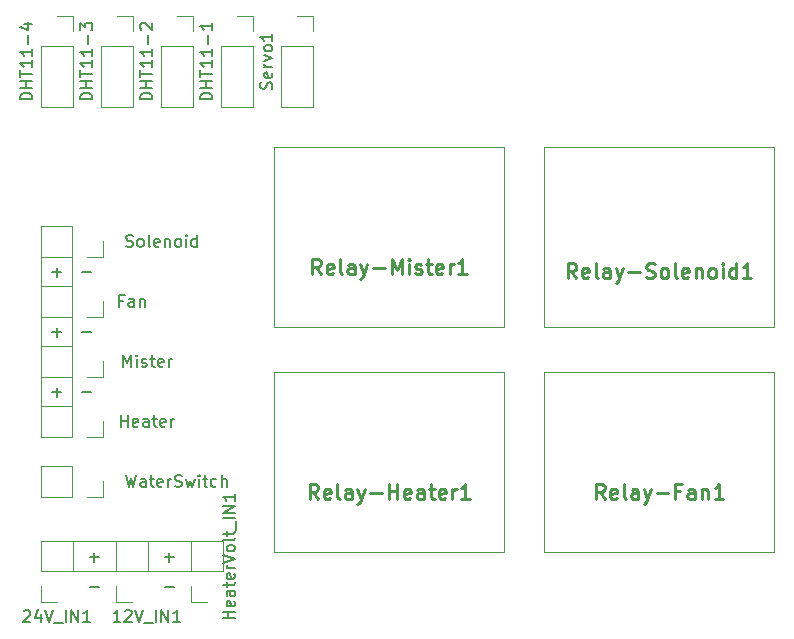
<source format=gbr>
G04 #@! TF.GenerationSoftware,KiCad,Pcbnew,(5.1.2)-1*
G04 #@! TF.CreationDate,2020-05-26T19:14:15-07:00*
G04 #@! TF.ProjectId,MushAuto_UnoShield,4d757368-4175-4746-9f5f-556e6f536869,rev?*
G04 #@! TF.SameCoordinates,Original*
G04 #@! TF.FileFunction,Legend,Top*
G04 #@! TF.FilePolarity,Positive*
%FSLAX46Y46*%
G04 Gerber Fmt 4.6, Leading zero omitted, Abs format (unit mm)*
G04 Created by KiCad (PCBNEW (5.1.2)-1) date 2020-05-26 19:14:15*
%MOMM*%
%LPD*%
G04 APERTURE LIST*
%ADD10C,0.150000*%
%ADD11C,0.120000*%
%ADD12C,0.100000*%
%ADD13C,0.254000*%
G04 APERTURE END LIST*
D10*
X101219047Y-101671428D02*
X101980952Y-101671428D01*
X101219047Y-96591428D02*
X101980952Y-96591428D01*
X101219047Y-91511428D02*
X101980952Y-91511428D01*
X98679047Y-101671428D02*
X99440952Y-101671428D01*
X99060000Y-102052380D02*
X99060000Y-101290476D01*
X98679047Y-96591428D02*
X99440952Y-96591428D01*
X99060000Y-96972380D02*
X99060000Y-96210476D01*
X98679047Y-91511428D02*
X99440952Y-91511428D01*
X99060000Y-91892380D02*
X99060000Y-91130476D01*
D11*
X100330000Y-105470000D02*
X100330000Y-90230000D01*
X97730000Y-90230000D02*
X97730000Y-105470000D01*
X100390000Y-114240000D02*
X110430000Y-114240000D01*
X110430000Y-116840000D02*
X100390000Y-116840000D01*
D10*
X108204047Y-118181428D02*
X108965952Y-118181428D01*
X101854047Y-118181428D02*
X102615952Y-118181428D01*
X101854047Y-115641428D02*
X102615952Y-115641428D01*
X102235000Y-116022380D02*
X102235000Y-115260476D01*
X108204047Y-115641428D02*
X108965952Y-115641428D01*
X108585000Y-116022380D02*
X108585000Y-115260476D01*
D12*
X159810000Y-99980000D02*
X159810000Y-115220000D01*
X140310000Y-99980000D02*
X159810000Y-99980000D01*
X140310000Y-115220000D02*
X140310000Y-99980000D01*
X159810000Y-115220000D02*
X140310000Y-115220000D01*
X159810000Y-80930000D02*
X159810000Y-96170000D01*
X140310000Y-80930000D02*
X159810000Y-80930000D01*
X140310000Y-96170000D02*
X140310000Y-80930000D01*
X159810000Y-96170000D02*
X140310000Y-96170000D01*
D11*
X102930000Y-109220000D02*
X102930000Y-110550000D01*
X102930000Y-110550000D02*
X101600000Y-110550000D01*
X100330000Y-110550000D02*
X97730000Y-110550000D01*
X97730000Y-107890000D02*
X97730000Y-110550000D01*
X100330000Y-107890000D02*
X97730000Y-107890000D01*
X100330000Y-107890000D02*
X100330000Y-110550000D01*
X119380000Y-69790000D02*
X120710000Y-69790000D01*
X120710000Y-69790000D02*
X120710000Y-71120000D01*
X120710000Y-72390000D02*
X120710000Y-77530000D01*
X118050000Y-77530000D02*
X120710000Y-77530000D01*
X118050000Y-72390000D02*
X118050000Y-77530000D01*
X118050000Y-72390000D02*
X120710000Y-72390000D01*
D12*
X136950000Y-80930000D02*
X136950000Y-96170000D01*
X117450000Y-80930000D02*
X136950000Y-80930000D01*
X117450000Y-96170000D02*
X117450000Y-80930000D01*
X136950000Y-96170000D02*
X117450000Y-96170000D01*
X136950000Y-99980000D02*
X136950000Y-115220000D01*
X117450000Y-99980000D02*
X136950000Y-99980000D01*
X117450000Y-115220000D02*
X117450000Y-99980000D01*
X136950000Y-115220000D02*
X117450000Y-115220000D01*
D11*
X113090000Y-116840000D02*
X110430000Y-116840000D01*
X113090000Y-116840000D02*
X113090000Y-114240000D01*
X113090000Y-114240000D02*
X110430000Y-114240000D01*
X110430000Y-116840000D02*
X110430000Y-114240000D01*
X110430000Y-119440000D02*
X110430000Y-118110000D01*
X111760000Y-119440000D02*
X110430000Y-119440000D01*
X99060000Y-69790000D02*
X100390000Y-69790000D01*
X100390000Y-69790000D02*
X100390000Y-71120000D01*
X100390000Y-72390000D02*
X100390000Y-77530000D01*
X97730000Y-77530000D02*
X100390000Y-77530000D01*
X97730000Y-72390000D02*
X97730000Y-77530000D01*
X97730000Y-72390000D02*
X100390000Y-72390000D01*
X104140000Y-69790000D02*
X105470000Y-69790000D01*
X105470000Y-69790000D02*
X105470000Y-71120000D01*
X105470000Y-72390000D02*
X105470000Y-77530000D01*
X102810000Y-77530000D02*
X105470000Y-77530000D01*
X102810000Y-72390000D02*
X102810000Y-77530000D01*
X102810000Y-72390000D02*
X105470000Y-72390000D01*
X109220000Y-69790000D02*
X110550000Y-69790000D01*
X110550000Y-69790000D02*
X110550000Y-71120000D01*
X110550000Y-72390000D02*
X110550000Y-77530000D01*
X107890000Y-77530000D02*
X110550000Y-77530000D01*
X107890000Y-72390000D02*
X107890000Y-77530000D01*
X107890000Y-72390000D02*
X110550000Y-72390000D01*
X114300000Y-69790000D02*
X115630000Y-69790000D01*
X115630000Y-69790000D02*
X115630000Y-71120000D01*
X115630000Y-72390000D02*
X115630000Y-77530000D01*
X112970000Y-77530000D02*
X115630000Y-77530000D01*
X112970000Y-72390000D02*
X112970000Y-77530000D01*
X112970000Y-72390000D02*
X115630000Y-72390000D01*
X102930000Y-88900000D02*
X102930000Y-90230000D01*
X102930000Y-90230000D02*
X101600000Y-90230000D01*
X100330000Y-90230000D02*
X97730000Y-90230000D01*
X97730000Y-87570000D02*
X97730000Y-90230000D01*
X100330000Y-87570000D02*
X97730000Y-87570000D01*
X100330000Y-87570000D02*
X100330000Y-90230000D01*
X102930000Y-99060000D02*
X102930000Y-100390000D01*
X102930000Y-100390000D02*
X101600000Y-100390000D01*
X100330000Y-100390000D02*
X97730000Y-100390000D01*
X97730000Y-97730000D02*
X97730000Y-100390000D01*
X100330000Y-97730000D02*
X97730000Y-97730000D01*
X100330000Y-97730000D02*
X100330000Y-100390000D01*
X102930000Y-104140000D02*
X102930000Y-105470000D01*
X102930000Y-105470000D02*
X101600000Y-105470000D01*
X100330000Y-105470000D02*
X97730000Y-105470000D01*
X97730000Y-102810000D02*
X97730000Y-105470000D01*
X100330000Y-102810000D02*
X97730000Y-102810000D01*
X100330000Y-102810000D02*
X100330000Y-105470000D01*
X102930000Y-93980000D02*
X102930000Y-95310000D01*
X102930000Y-95310000D02*
X101600000Y-95310000D01*
X100330000Y-95310000D02*
X97730000Y-95310000D01*
X97730000Y-92650000D02*
X97730000Y-95310000D01*
X100330000Y-92650000D02*
X97730000Y-92650000D01*
X100330000Y-92650000D02*
X100330000Y-95310000D01*
X99060000Y-119440000D02*
X97730000Y-119440000D01*
X97730000Y-119440000D02*
X97730000Y-118110000D01*
X97730000Y-116840000D02*
X97730000Y-114240000D01*
X100390000Y-114240000D02*
X97730000Y-114240000D01*
X100390000Y-116840000D02*
X100390000Y-114240000D01*
X100390000Y-116840000D02*
X97730000Y-116840000D01*
X106740000Y-116840000D02*
X104080000Y-116840000D01*
X106740000Y-116840000D02*
X106740000Y-114240000D01*
X106740000Y-114240000D02*
X104080000Y-114240000D01*
X104080000Y-116840000D02*
X104080000Y-114240000D01*
X104080000Y-119440000D02*
X104080000Y-118110000D01*
X105410000Y-119440000D02*
X104080000Y-119440000D01*
D13*
X145433571Y-110714523D02*
X145010238Y-110109761D01*
X144707857Y-110714523D02*
X144707857Y-109444523D01*
X145191666Y-109444523D01*
X145312619Y-109505000D01*
X145373095Y-109565476D01*
X145433571Y-109686428D01*
X145433571Y-109867857D01*
X145373095Y-109988809D01*
X145312619Y-110049285D01*
X145191666Y-110109761D01*
X144707857Y-110109761D01*
X146461666Y-110654047D02*
X146340714Y-110714523D01*
X146098809Y-110714523D01*
X145977857Y-110654047D01*
X145917380Y-110533095D01*
X145917380Y-110049285D01*
X145977857Y-109928333D01*
X146098809Y-109867857D01*
X146340714Y-109867857D01*
X146461666Y-109928333D01*
X146522142Y-110049285D01*
X146522142Y-110170238D01*
X145917380Y-110291190D01*
X147247857Y-110714523D02*
X147126904Y-110654047D01*
X147066428Y-110533095D01*
X147066428Y-109444523D01*
X148275952Y-110714523D02*
X148275952Y-110049285D01*
X148215476Y-109928333D01*
X148094523Y-109867857D01*
X147852619Y-109867857D01*
X147731666Y-109928333D01*
X148275952Y-110654047D02*
X148155000Y-110714523D01*
X147852619Y-110714523D01*
X147731666Y-110654047D01*
X147671190Y-110533095D01*
X147671190Y-110412142D01*
X147731666Y-110291190D01*
X147852619Y-110230714D01*
X148155000Y-110230714D01*
X148275952Y-110170238D01*
X148759761Y-109867857D02*
X149062142Y-110714523D01*
X149364523Y-109867857D02*
X149062142Y-110714523D01*
X148941190Y-111016904D01*
X148880714Y-111077380D01*
X148759761Y-111137857D01*
X149848333Y-110230714D02*
X150815952Y-110230714D01*
X151844047Y-110049285D02*
X151420714Y-110049285D01*
X151420714Y-110714523D02*
X151420714Y-109444523D01*
X152025476Y-109444523D01*
X153053571Y-110714523D02*
X153053571Y-110049285D01*
X152993095Y-109928333D01*
X152872142Y-109867857D01*
X152630238Y-109867857D01*
X152509285Y-109928333D01*
X153053571Y-110654047D02*
X152932619Y-110714523D01*
X152630238Y-110714523D01*
X152509285Y-110654047D01*
X152448809Y-110533095D01*
X152448809Y-110412142D01*
X152509285Y-110291190D01*
X152630238Y-110230714D01*
X152932619Y-110230714D01*
X153053571Y-110170238D01*
X153658333Y-109867857D02*
X153658333Y-110714523D01*
X153658333Y-109988809D02*
X153718809Y-109928333D01*
X153839761Y-109867857D01*
X154021190Y-109867857D01*
X154142142Y-109928333D01*
X154202619Y-110049285D01*
X154202619Y-110714523D01*
X155472619Y-110714523D02*
X154746904Y-110714523D01*
X155109761Y-110714523D02*
X155109761Y-109444523D01*
X154988809Y-109625952D01*
X154867857Y-109746904D01*
X154746904Y-109807380D01*
X143044761Y-92014523D02*
X142621428Y-91409761D01*
X142319047Y-92014523D02*
X142319047Y-90744523D01*
X142802857Y-90744523D01*
X142923809Y-90805000D01*
X142984285Y-90865476D01*
X143044761Y-90986428D01*
X143044761Y-91167857D01*
X142984285Y-91288809D01*
X142923809Y-91349285D01*
X142802857Y-91409761D01*
X142319047Y-91409761D01*
X144072857Y-91954047D02*
X143951904Y-92014523D01*
X143710000Y-92014523D01*
X143589047Y-91954047D01*
X143528571Y-91833095D01*
X143528571Y-91349285D01*
X143589047Y-91228333D01*
X143710000Y-91167857D01*
X143951904Y-91167857D01*
X144072857Y-91228333D01*
X144133333Y-91349285D01*
X144133333Y-91470238D01*
X143528571Y-91591190D01*
X144859047Y-92014523D02*
X144738095Y-91954047D01*
X144677619Y-91833095D01*
X144677619Y-90744523D01*
X145887142Y-92014523D02*
X145887142Y-91349285D01*
X145826666Y-91228333D01*
X145705714Y-91167857D01*
X145463809Y-91167857D01*
X145342857Y-91228333D01*
X145887142Y-91954047D02*
X145766190Y-92014523D01*
X145463809Y-92014523D01*
X145342857Y-91954047D01*
X145282380Y-91833095D01*
X145282380Y-91712142D01*
X145342857Y-91591190D01*
X145463809Y-91530714D01*
X145766190Y-91530714D01*
X145887142Y-91470238D01*
X146370952Y-91167857D02*
X146673333Y-92014523D01*
X146975714Y-91167857D02*
X146673333Y-92014523D01*
X146552380Y-92316904D01*
X146491904Y-92377380D01*
X146370952Y-92437857D01*
X147459523Y-91530714D02*
X148427142Y-91530714D01*
X148971428Y-91954047D02*
X149152857Y-92014523D01*
X149455238Y-92014523D01*
X149576190Y-91954047D01*
X149636666Y-91893571D01*
X149697142Y-91772619D01*
X149697142Y-91651666D01*
X149636666Y-91530714D01*
X149576190Y-91470238D01*
X149455238Y-91409761D01*
X149213333Y-91349285D01*
X149092380Y-91288809D01*
X149031904Y-91228333D01*
X148971428Y-91107380D01*
X148971428Y-90986428D01*
X149031904Y-90865476D01*
X149092380Y-90805000D01*
X149213333Y-90744523D01*
X149515714Y-90744523D01*
X149697142Y-90805000D01*
X150422857Y-92014523D02*
X150301904Y-91954047D01*
X150241428Y-91893571D01*
X150180952Y-91772619D01*
X150180952Y-91409761D01*
X150241428Y-91288809D01*
X150301904Y-91228333D01*
X150422857Y-91167857D01*
X150604285Y-91167857D01*
X150725238Y-91228333D01*
X150785714Y-91288809D01*
X150846190Y-91409761D01*
X150846190Y-91772619D01*
X150785714Y-91893571D01*
X150725238Y-91954047D01*
X150604285Y-92014523D01*
X150422857Y-92014523D01*
X151571904Y-92014523D02*
X151450952Y-91954047D01*
X151390476Y-91833095D01*
X151390476Y-90744523D01*
X152539523Y-91954047D02*
X152418571Y-92014523D01*
X152176666Y-92014523D01*
X152055714Y-91954047D01*
X151995238Y-91833095D01*
X151995238Y-91349285D01*
X152055714Y-91228333D01*
X152176666Y-91167857D01*
X152418571Y-91167857D01*
X152539523Y-91228333D01*
X152600000Y-91349285D01*
X152600000Y-91470238D01*
X151995238Y-91591190D01*
X153144285Y-91167857D02*
X153144285Y-92014523D01*
X153144285Y-91288809D02*
X153204761Y-91228333D01*
X153325714Y-91167857D01*
X153507142Y-91167857D01*
X153628095Y-91228333D01*
X153688571Y-91349285D01*
X153688571Y-92014523D01*
X154474761Y-92014523D02*
X154353809Y-91954047D01*
X154293333Y-91893571D01*
X154232857Y-91772619D01*
X154232857Y-91409761D01*
X154293333Y-91288809D01*
X154353809Y-91228333D01*
X154474761Y-91167857D01*
X154656190Y-91167857D01*
X154777142Y-91228333D01*
X154837619Y-91288809D01*
X154898095Y-91409761D01*
X154898095Y-91772619D01*
X154837619Y-91893571D01*
X154777142Y-91954047D01*
X154656190Y-92014523D01*
X154474761Y-92014523D01*
X155442380Y-92014523D02*
X155442380Y-91167857D01*
X155442380Y-90744523D02*
X155381904Y-90805000D01*
X155442380Y-90865476D01*
X155502857Y-90805000D01*
X155442380Y-90744523D01*
X155442380Y-90865476D01*
X156591428Y-92014523D02*
X156591428Y-90744523D01*
X156591428Y-91954047D02*
X156470476Y-92014523D01*
X156228571Y-92014523D01*
X156107619Y-91954047D01*
X156047142Y-91893571D01*
X155986666Y-91772619D01*
X155986666Y-91409761D01*
X156047142Y-91288809D01*
X156107619Y-91228333D01*
X156228571Y-91167857D01*
X156470476Y-91167857D01*
X156591428Y-91228333D01*
X157861428Y-92014523D02*
X157135714Y-92014523D01*
X157498571Y-92014523D02*
X157498571Y-90744523D01*
X157377619Y-90925952D01*
X157256666Y-91046904D01*
X157135714Y-91107380D01*
D10*
X104910476Y-108672380D02*
X105148571Y-109672380D01*
X105339047Y-108958095D01*
X105529523Y-109672380D01*
X105767619Y-108672380D01*
X106577142Y-109672380D02*
X106577142Y-109148571D01*
X106529523Y-109053333D01*
X106434285Y-109005714D01*
X106243809Y-109005714D01*
X106148571Y-109053333D01*
X106577142Y-109624761D02*
X106481904Y-109672380D01*
X106243809Y-109672380D01*
X106148571Y-109624761D01*
X106100952Y-109529523D01*
X106100952Y-109434285D01*
X106148571Y-109339047D01*
X106243809Y-109291428D01*
X106481904Y-109291428D01*
X106577142Y-109243809D01*
X106910476Y-109005714D02*
X107291428Y-109005714D01*
X107053333Y-108672380D02*
X107053333Y-109529523D01*
X107100952Y-109624761D01*
X107196190Y-109672380D01*
X107291428Y-109672380D01*
X108005714Y-109624761D02*
X107910476Y-109672380D01*
X107720000Y-109672380D01*
X107624761Y-109624761D01*
X107577142Y-109529523D01*
X107577142Y-109148571D01*
X107624761Y-109053333D01*
X107720000Y-109005714D01*
X107910476Y-109005714D01*
X108005714Y-109053333D01*
X108053333Y-109148571D01*
X108053333Y-109243809D01*
X107577142Y-109339047D01*
X108481904Y-109672380D02*
X108481904Y-109005714D01*
X108481904Y-109196190D02*
X108529523Y-109100952D01*
X108577142Y-109053333D01*
X108672380Y-109005714D01*
X108767619Y-109005714D01*
X109053333Y-109624761D02*
X109196190Y-109672380D01*
X109434285Y-109672380D01*
X109529523Y-109624761D01*
X109577142Y-109577142D01*
X109624761Y-109481904D01*
X109624761Y-109386666D01*
X109577142Y-109291428D01*
X109529523Y-109243809D01*
X109434285Y-109196190D01*
X109243809Y-109148571D01*
X109148571Y-109100952D01*
X109100952Y-109053333D01*
X109053333Y-108958095D01*
X109053333Y-108862857D01*
X109100952Y-108767619D01*
X109148571Y-108720000D01*
X109243809Y-108672380D01*
X109481904Y-108672380D01*
X109624761Y-108720000D01*
X109958095Y-109005714D02*
X110148571Y-109672380D01*
X110339047Y-109196190D01*
X110529523Y-109672380D01*
X110720000Y-109005714D01*
X111100952Y-109672380D02*
X111100952Y-109005714D01*
X111100952Y-108672380D02*
X111053333Y-108720000D01*
X111100952Y-108767619D01*
X111148571Y-108720000D01*
X111100952Y-108672380D01*
X111100952Y-108767619D01*
X111434285Y-109005714D02*
X111815238Y-109005714D01*
X111577142Y-108672380D02*
X111577142Y-109529523D01*
X111624761Y-109624761D01*
X111720000Y-109672380D01*
X111815238Y-109672380D01*
X112577142Y-109624761D02*
X112481904Y-109672380D01*
X112291428Y-109672380D01*
X112196190Y-109624761D01*
X112148571Y-109577142D01*
X112100952Y-109481904D01*
X112100952Y-109196190D01*
X112148571Y-109100952D01*
X112196190Y-109053333D01*
X112291428Y-109005714D01*
X112481904Y-109005714D01*
X112577142Y-109053333D01*
X113005714Y-109672380D02*
X113005714Y-108672380D01*
X113434285Y-109672380D02*
X113434285Y-109148571D01*
X113386666Y-109053333D01*
X113291428Y-109005714D01*
X113148571Y-109005714D01*
X113053333Y-109053333D01*
X113005714Y-109100952D01*
X117244761Y-75993333D02*
X117292380Y-75850476D01*
X117292380Y-75612380D01*
X117244761Y-75517142D01*
X117197142Y-75469523D01*
X117101904Y-75421904D01*
X117006666Y-75421904D01*
X116911428Y-75469523D01*
X116863809Y-75517142D01*
X116816190Y-75612380D01*
X116768571Y-75802857D01*
X116720952Y-75898095D01*
X116673333Y-75945714D01*
X116578095Y-75993333D01*
X116482857Y-75993333D01*
X116387619Y-75945714D01*
X116340000Y-75898095D01*
X116292380Y-75802857D01*
X116292380Y-75564761D01*
X116340000Y-75421904D01*
X117244761Y-74612380D02*
X117292380Y-74707619D01*
X117292380Y-74898095D01*
X117244761Y-74993333D01*
X117149523Y-75040952D01*
X116768571Y-75040952D01*
X116673333Y-74993333D01*
X116625714Y-74898095D01*
X116625714Y-74707619D01*
X116673333Y-74612380D01*
X116768571Y-74564761D01*
X116863809Y-74564761D01*
X116959047Y-75040952D01*
X117292380Y-74136190D02*
X116625714Y-74136190D01*
X116816190Y-74136190D02*
X116720952Y-74088571D01*
X116673333Y-74040952D01*
X116625714Y-73945714D01*
X116625714Y-73850476D01*
X116625714Y-73612380D02*
X117292380Y-73374285D01*
X116625714Y-73136190D01*
X117292380Y-72612380D02*
X117244761Y-72707619D01*
X117197142Y-72755238D01*
X117101904Y-72802857D01*
X116816190Y-72802857D01*
X116720952Y-72755238D01*
X116673333Y-72707619D01*
X116625714Y-72612380D01*
X116625714Y-72469523D01*
X116673333Y-72374285D01*
X116720952Y-72326666D01*
X116816190Y-72279047D01*
X117101904Y-72279047D01*
X117197142Y-72326666D01*
X117244761Y-72374285D01*
X117292380Y-72469523D01*
X117292380Y-72612380D01*
X117292380Y-71326666D02*
X117292380Y-71898095D01*
X117292380Y-71612380D02*
X116292380Y-71612380D01*
X116435238Y-71707619D01*
X116530476Y-71802857D01*
X116578095Y-71898095D01*
D13*
X121424523Y-91664523D02*
X121001190Y-91059761D01*
X120698809Y-91664523D02*
X120698809Y-90394523D01*
X121182619Y-90394523D01*
X121303571Y-90455000D01*
X121364047Y-90515476D01*
X121424523Y-90636428D01*
X121424523Y-90817857D01*
X121364047Y-90938809D01*
X121303571Y-90999285D01*
X121182619Y-91059761D01*
X120698809Y-91059761D01*
X122452619Y-91604047D02*
X122331666Y-91664523D01*
X122089761Y-91664523D01*
X121968809Y-91604047D01*
X121908333Y-91483095D01*
X121908333Y-90999285D01*
X121968809Y-90878333D01*
X122089761Y-90817857D01*
X122331666Y-90817857D01*
X122452619Y-90878333D01*
X122513095Y-90999285D01*
X122513095Y-91120238D01*
X121908333Y-91241190D01*
X123238809Y-91664523D02*
X123117857Y-91604047D01*
X123057380Y-91483095D01*
X123057380Y-90394523D01*
X124266904Y-91664523D02*
X124266904Y-90999285D01*
X124206428Y-90878333D01*
X124085476Y-90817857D01*
X123843571Y-90817857D01*
X123722619Y-90878333D01*
X124266904Y-91604047D02*
X124145952Y-91664523D01*
X123843571Y-91664523D01*
X123722619Y-91604047D01*
X123662142Y-91483095D01*
X123662142Y-91362142D01*
X123722619Y-91241190D01*
X123843571Y-91180714D01*
X124145952Y-91180714D01*
X124266904Y-91120238D01*
X124750714Y-90817857D02*
X125053095Y-91664523D01*
X125355476Y-90817857D02*
X125053095Y-91664523D01*
X124932142Y-91966904D01*
X124871666Y-92027380D01*
X124750714Y-92087857D01*
X125839285Y-91180714D02*
X126806904Y-91180714D01*
X127411666Y-91664523D02*
X127411666Y-90394523D01*
X127835000Y-91301666D01*
X128258333Y-90394523D01*
X128258333Y-91664523D01*
X128863095Y-91664523D02*
X128863095Y-90817857D01*
X128863095Y-90394523D02*
X128802619Y-90455000D01*
X128863095Y-90515476D01*
X128923571Y-90455000D01*
X128863095Y-90394523D01*
X128863095Y-90515476D01*
X129407380Y-91604047D02*
X129528333Y-91664523D01*
X129770238Y-91664523D01*
X129891190Y-91604047D01*
X129951666Y-91483095D01*
X129951666Y-91422619D01*
X129891190Y-91301666D01*
X129770238Y-91241190D01*
X129588809Y-91241190D01*
X129467857Y-91180714D01*
X129407380Y-91059761D01*
X129407380Y-90999285D01*
X129467857Y-90878333D01*
X129588809Y-90817857D01*
X129770238Y-90817857D01*
X129891190Y-90878333D01*
X130314523Y-90817857D02*
X130798333Y-90817857D01*
X130495952Y-90394523D02*
X130495952Y-91483095D01*
X130556428Y-91604047D01*
X130677380Y-91664523D01*
X130798333Y-91664523D01*
X131705476Y-91604047D02*
X131584523Y-91664523D01*
X131342619Y-91664523D01*
X131221666Y-91604047D01*
X131161190Y-91483095D01*
X131161190Y-90999285D01*
X131221666Y-90878333D01*
X131342619Y-90817857D01*
X131584523Y-90817857D01*
X131705476Y-90878333D01*
X131765952Y-90999285D01*
X131765952Y-91120238D01*
X131161190Y-91241190D01*
X132310238Y-91664523D02*
X132310238Y-90817857D01*
X132310238Y-91059761D02*
X132370714Y-90938809D01*
X132431190Y-90878333D01*
X132552142Y-90817857D01*
X132673095Y-90817857D01*
X133761666Y-91664523D02*
X133035952Y-91664523D01*
X133398809Y-91664523D02*
X133398809Y-90394523D01*
X133277857Y-90575952D01*
X133156904Y-90696904D01*
X133035952Y-90757380D01*
X121182619Y-110714523D02*
X120759285Y-110109761D01*
X120456904Y-110714523D02*
X120456904Y-109444523D01*
X120940714Y-109444523D01*
X121061666Y-109505000D01*
X121122142Y-109565476D01*
X121182619Y-109686428D01*
X121182619Y-109867857D01*
X121122142Y-109988809D01*
X121061666Y-110049285D01*
X120940714Y-110109761D01*
X120456904Y-110109761D01*
X122210714Y-110654047D02*
X122089761Y-110714523D01*
X121847857Y-110714523D01*
X121726904Y-110654047D01*
X121666428Y-110533095D01*
X121666428Y-110049285D01*
X121726904Y-109928333D01*
X121847857Y-109867857D01*
X122089761Y-109867857D01*
X122210714Y-109928333D01*
X122271190Y-110049285D01*
X122271190Y-110170238D01*
X121666428Y-110291190D01*
X122996904Y-110714523D02*
X122875952Y-110654047D01*
X122815476Y-110533095D01*
X122815476Y-109444523D01*
X124025000Y-110714523D02*
X124025000Y-110049285D01*
X123964523Y-109928333D01*
X123843571Y-109867857D01*
X123601666Y-109867857D01*
X123480714Y-109928333D01*
X124025000Y-110654047D02*
X123904047Y-110714523D01*
X123601666Y-110714523D01*
X123480714Y-110654047D01*
X123420238Y-110533095D01*
X123420238Y-110412142D01*
X123480714Y-110291190D01*
X123601666Y-110230714D01*
X123904047Y-110230714D01*
X124025000Y-110170238D01*
X124508809Y-109867857D02*
X124811190Y-110714523D01*
X125113571Y-109867857D02*
X124811190Y-110714523D01*
X124690238Y-111016904D01*
X124629761Y-111077380D01*
X124508809Y-111137857D01*
X125597380Y-110230714D02*
X126565000Y-110230714D01*
X127169761Y-110714523D02*
X127169761Y-109444523D01*
X127169761Y-110049285D02*
X127895476Y-110049285D01*
X127895476Y-110714523D02*
X127895476Y-109444523D01*
X128984047Y-110654047D02*
X128863095Y-110714523D01*
X128621190Y-110714523D01*
X128500238Y-110654047D01*
X128439761Y-110533095D01*
X128439761Y-110049285D01*
X128500238Y-109928333D01*
X128621190Y-109867857D01*
X128863095Y-109867857D01*
X128984047Y-109928333D01*
X129044523Y-110049285D01*
X129044523Y-110170238D01*
X128439761Y-110291190D01*
X130133095Y-110714523D02*
X130133095Y-110049285D01*
X130072619Y-109928333D01*
X129951666Y-109867857D01*
X129709761Y-109867857D01*
X129588809Y-109928333D01*
X130133095Y-110654047D02*
X130012142Y-110714523D01*
X129709761Y-110714523D01*
X129588809Y-110654047D01*
X129528333Y-110533095D01*
X129528333Y-110412142D01*
X129588809Y-110291190D01*
X129709761Y-110230714D01*
X130012142Y-110230714D01*
X130133095Y-110170238D01*
X130556428Y-109867857D02*
X131040238Y-109867857D01*
X130737857Y-109444523D02*
X130737857Y-110533095D01*
X130798333Y-110654047D01*
X130919285Y-110714523D01*
X131040238Y-110714523D01*
X131947380Y-110654047D02*
X131826428Y-110714523D01*
X131584523Y-110714523D01*
X131463571Y-110654047D01*
X131403095Y-110533095D01*
X131403095Y-110049285D01*
X131463571Y-109928333D01*
X131584523Y-109867857D01*
X131826428Y-109867857D01*
X131947380Y-109928333D01*
X132007857Y-110049285D01*
X132007857Y-110170238D01*
X131403095Y-110291190D01*
X132552142Y-110714523D02*
X132552142Y-109867857D01*
X132552142Y-110109761D02*
X132612619Y-109988809D01*
X132673095Y-109928333D01*
X132794047Y-109867857D01*
X132915000Y-109867857D01*
X134003571Y-110714523D02*
X133277857Y-110714523D01*
X133640714Y-110714523D02*
X133640714Y-109444523D01*
X133519761Y-109625952D01*
X133398809Y-109746904D01*
X133277857Y-109807380D01*
D10*
X114117380Y-120808095D02*
X113117380Y-120808095D01*
X113593571Y-120808095D02*
X113593571Y-120236666D01*
X114117380Y-120236666D02*
X113117380Y-120236666D01*
X114069761Y-119379523D02*
X114117380Y-119474761D01*
X114117380Y-119665238D01*
X114069761Y-119760476D01*
X113974523Y-119808095D01*
X113593571Y-119808095D01*
X113498333Y-119760476D01*
X113450714Y-119665238D01*
X113450714Y-119474761D01*
X113498333Y-119379523D01*
X113593571Y-119331904D01*
X113688809Y-119331904D01*
X113784047Y-119808095D01*
X114117380Y-118474761D02*
X113593571Y-118474761D01*
X113498333Y-118522380D01*
X113450714Y-118617619D01*
X113450714Y-118808095D01*
X113498333Y-118903333D01*
X114069761Y-118474761D02*
X114117380Y-118570000D01*
X114117380Y-118808095D01*
X114069761Y-118903333D01*
X113974523Y-118950952D01*
X113879285Y-118950952D01*
X113784047Y-118903333D01*
X113736428Y-118808095D01*
X113736428Y-118570000D01*
X113688809Y-118474761D01*
X113450714Y-118141428D02*
X113450714Y-117760476D01*
X113117380Y-117998571D02*
X113974523Y-117998571D01*
X114069761Y-117950952D01*
X114117380Y-117855714D01*
X114117380Y-117760476D01*
X114069761Y-117046190D02*
X114117380Y-117141428D01*
X114117380Y-117331904D01*
X114069761Y-117427142D01*
X113974523Y-117474761D01*
X113593571Y-117474761D01*
X113498333Y-117427142D01*
X113450714Y-117331904D01*
X113450714Y-117141428D01*
X113498333Y-117046190D01*
X113593571Y-116998571D01*
X113688809Y-116998571D01*
X113784047Y-117474761D01*
X114117380Y-116570000D02*
X113450714Y-116570000D01*
X113641190Y-116570000D02*
X113545952Y-116522380D01*
X113498333Y-116474761D01*
X113450714Y-116379523D01*
X113450714Y-116284285D01*
X113117380Y-116093809D02*
X114117380Y-115760476D01*
X113117380Y-115427142D01*
X114117380Y-114950952D02*
X114069761Y-115046190D01*
X114022142Y-115093809D01*
X113926904Y-115141428D01*
X113641190Y-115141428D01*
X113545952Y-115093809D01*
X113498333Y-115046190D01*
X113450714Y-114950952D01*
X113450714Y-114808095D01*
X113498333Y-114712857D01*
X113545952Y-114665238D01*
X113641190Y-114617619D01*
X113926904Y-114617619D01*
X114022142Y-114665238D01*
X114069761Y-114712857D01*
X114117380Y-114808095D01*
X114117380Y-114950952D01*
X114117380Y-114046190D02*
X114069761Y-114141428D01*
X113974523Y-114189047D01*
X113117380Y-114189047D01*
X113450714Y-113808095D02*
X113450714Y-113427142D01*
X113117380Y-113665238D02*
X113974523Y-113665238D01*
X114069761Y-113617619D01*
X114117380Y-113522380D01*
X114117380Y-113427142D01*
X114212619Y-113331904D02*
X114212619Y-112570000D01*
X114117380Y-112331904D02*
X113117380Y-112331904D01*
X114117380Y-111855714D02*
X113117380Y-111855714D01*
X114117380Y-111284285D01*
X113117380Y-111284285D01*
X114117380Y-110284285D02*
X114117380Y-110855714D01*
X114117380Y-110570000D02*
X113117380Y-110570000D01*
X113260238Y-110665238D01*
X113355476Y-110760476D01*
X113403095Y-110855714D01*
X96972380Y-76874285D02*
X95972380Y-76874285D01*
X95972380Y-76636190D01*
X96020000Y-76493333D01*
X96115238Y-76398095D01*
X96210476Y-76350476D01*
X96400952Y-76302857D01*
X96543809Y-76302857D01*
X96734285Y-76350476D01*
X96829523Y-76398095D01*
X96924761Y-76493333D01*
X96972380Y-76636190D01*
X96972380Y-76874285D01*
X96972380Y-75874285D02*
X95972380Y-75874285D01*
X96448571Y-75874285D02*
X96448571Y-75302857D01*
X96972380Y-75302857D02*
X95972380Y-75302857D01*
X95972380Y-74969523D02*
X95972380Y-74398095D01*
X96972380Y-74683809D02*
X95972380Y-74683809D01*
X96972380Y-73540952D02*
X96972380Y-74112380D01*
X96972380Y-73826666D02*
X95972380Y-73826666D01*
X96115238Y-73921904D01*
X96210476Y-74017142D01*
X96258095Y-74112380D01*
X96972380Y-72588571D02*
X96972380Y-73160000D01*
X96972380Y-72874285D02*
X95972380Y-72874285D01*
X96115238Y-72969523D01*
X96210476Y-73064761D01*
X96258095Y-73160000D01*
X96591428Y-72160000D02*
X96591428Y-71398095D01*
X96305714Y-70493333D02*
X96972380Y-70493333D01*
X95924761Y-70731428D02*
X96639047Y-70969523D01*
X96639047Y-70350476D01*
X102052380Y-76874285D02*
X101052380Y-76874285D01*
X101052380Y-76636190D01*
X101100000Y-76493333D01*
X101195238Y-76398095D01*
X101290476Y-76350476D01*
X101480952Y-76302857D01*
X101623809Y-76302857D01*
X101814285Y-76350476D01*
X101909523Y-76398095D01*
X102004761Y-76493333D01*
X102052380Y-76636190D01*
X102052380Y-76874285D01*
X102052380Y-75874285D02*
X101052380Y-75874285D01*
X101528571Y-75874285D02*
X101528571Y-75302857D01*
X102052380Y-75302857D02*
X101052380Y-75302857D01*
X101052380Y-74969523D02*
X101052380Y-74398095D01*
X102052380Y-74683809D02*
X101052380Y-74683809D01*
X102052380Y-73540952D02*
X102052380Y-74112380D01*
X102052380Y-73826666D02*
X101052380Y-73826666D01*
X101195238Y-73921904D01*
X101290476Y-74017142D01*
X101338095Y-74112380D01*
X102052380Y-72588571D02*
X102052380Y-73160000D01*
X102052380Y-72874285D02*
X101052380Y-72874285D01*
X101195238Y-72969523D01*
X101290476Y-73064761D01*
X101338095Y-73160000D01*
X101671428Y-72160000D02*
X101671428Y-71398095D01*
X101052380Y-71017142D02*
X101052380Y-70398095D01*
X101433333Y-70731428D01*
X101433333Y-70588571D01*
X101480952Y-70493333D01*
X101528571Y-70445714D01*
X101623809Y-70398095D01*
X101861904Y-70398095D01*
X101957142Y-70445714D01*
X102004761Y-70493333D01*
X102052380Y-70588571D01*
X102052380Y-70874285D01*
X102004761Y-70969523D01*
X101957142Y-71017142D01*
X107132380Y-76874285D02*
X106132380Y-76874285D01*
X106132380Y-76636190D01*
X106180000Y-76493333D01*
X106275238Y-76398095D01*
X106370476Y-76350476D01*
X106560952Y-76302857D01*
X106703809Y-76302857D01*
X106894285Y-76350476D01*
X106989523Y-76398095D01*
X107084761Y-76493333D01*
X107132380Y-76636190D01*
X107132380Y-76874285D01*
X107132380Y-75874285D02*
X106132380Y-75874285D01*
X106608571Y-75874285D02*
X106608571Y-75302857D01*
X107132380Y-75302857D02*
X106132380Y-75302857D01*
X106132380Y-74969523D02*
X106132380Y-74398095D01*
X107132380Y-74683809D02*
X106132380Y-74683809D01*
X107132380Y-73540952D02*
X107132380Y-74112380D01*
X107132380Y-73826666D02*
X106132380Y-73826666D01*
X106275238Y-73921904D01*
X106370476Y-74017142D01*
X106418095Y-74112380D01*
X107132380Y-72588571D02*
X107132380Y-73160000D01*
X107132380Y-72874285D02*
X106132380Y-72874285D01*
X106275238Y-72969523D01*
X106370476Y-73064761D01*
X106418095Y-73160000D01*
X106751428Y-72160000D02*
X106751428Y-71398095D01*
X106227619Y-70969523D02*
X106180000Y-70921904D01*
X106132380Y-70826666D01*
X106132380Y-70588571D01*
X106180000Y-70493333D01*
X106227619Y-70445714D01*
X106322857Y-70398095D01*
X106418095Y-70398095D01*
X106560952Y-70445714D01*
X107132380Y-71017142D01*
X107132380Y-70398095D01*
X112212380Y-76874285D02*
X111212380Y-76874285D01*
X111212380Y-76636190D01*
X111260000Y-76493333D01*
X111355238Y-76398095D01*
X111450476Y-76350476D01*
X111640952Y-76302857D01*
X111783809Y-76302857D01*
X111974285Y-76350476D01*
X112069523Y-76398095D01*
X112164761Y-76493333D01*
X112212380Y-76636190D01*
X112212380Y-76874285D01*
X112212380Y-75874285D02*
X111212380Y-75874285D01*
X111688571Y-75874285D02*
X111688571Y-75302857D01*
X112212380Y-75302857D02*
X111212380Y-75302857D01*
X111212380Y-74969523D02*
X111212380Y-74398095D01*
X112212380Y-74683809D02*
X111212380Y-74683809D01*
X112212380Y-73540952D02*
X112212380Y-74112380D01*
X112212380Y-73826666D02*
X111212380Y-73826666D01*
X111355238Y-73921904D01*
X111450476Y-74017142D01*
X111498095Y-74112380D01*
X112212380Y-72588571D02*
X112212380Y-73160000D01*
X112212380Y-72874285D02*
X111212380Y-72874285D01*
X111355238Y-72969523D01*
X111450476Y-73064761D01*
X111498095Y-73160000D01*
X111831428Y-72160000D02*
X111831428Y-71398095D01*
X112212380Y-70398095D02*
X112212380Y-70969523D01*
X112212380Y-70683809D02*
X111212380Y-70683809D01*
X111355238Y-70779047D01*
X111450476Y-70874285D01*
X111498095Y-70969523D01*
X104926190Y-89304761D02*
X105069047Y-89352380D01*
X105307142Y-89352380D01*
X105402380Y-89304761D01*
X105450000Y-89257142D01*
X105497619Y-89161904D01*
X105497619Y-89066666D01*
X105450000Y-88971428D01*
X105402380Y-88923809D01*
X105307142Y-88876190D01*
X105116666Y-88828571D01*
X105021428Y-88780952D01*
X104973809Y-88733333D01*
X104926190Y-88638095D01*
X104926190Y-88542857D01*
X104973809Y-88447619D01*
X105021428Y-88400000D01*
X105116666Y-88352380D01*
X105354761Y-88352380D01*
X105497619Y-88400000D01*
X106069047Y-89352380D02*
X105973809Y-89304761D01*
X105926190Y-89257142D01*
X105878571Y-89161904D01*
X105878571Y-88876190D01*
X105926190Y-88780952D01*
X105973809Y-88733333D01*
X106069047Y-88685714D01*
X106211904Y-88685714D01*
X106307142Y-88733333D01*
X106354761Y-88780952D01*
X106402380Y-88876190D01*
X106402380Y-89161904D01*
X106354761Y-89257142D01*
X106307142Y-89304761D01*
X106211904Y-89352380D01*
X106069047Y-89352380D01*
X106973809Y-89352380D02*
X106878571Y-89304761D01*
X106830952Y-89209523D01*
X106830952Y-88352380D01*
X107735714Y-89304761D02*
X107640476Y-89352380D01*
X107450000Y-89352380D01*
X107354761Y-89304761D01*
X107307142Y-89209523D01*
X107307142Y-88828571D01*
X107354761Y-88733333D01*
X107450000Y-88685714D01*
X107640476Y-88685714D01*
X107735714Y-88733333D01*
X107783333Y-88828571D01*
X107783333Y-88923809D01*
X107307142Y-89019047D01*
X108211904Y-88685714D02*
X108211904Y-89352380D01*
X108211904Y-88780952D02*
X108259523Y-88733333D01*
X108354761Y-88685714D01*
X108497619Y-88685714D01*
X108592857Y-88733333D01*
X108640476Y-88828571D01*
X108640476Y-89352380D01*
X109259523Y-89352380D02*
X109164285Y-89304761D01*
X109116666Y-89257142D01*
X109069047Y-89161904D01*
X109069047Y-88876190D01*
X109116666Y-88780952D01*
X109164285Y-88733333D01*
X109259523Y-88685714D01*
X109402380Y-88685714D01*
X109497619Y-88733333D01*
X109545238Y-88780952D01*
X109592857Y-88876190D01*
X109592857Y-89161904D01*
X109545238Y-89257142D01*
X109497619Y-89304761D01*
X109402380Y-89352380D01*
X109259523Y-89352380D01*
X110021428Y-89352380D02*
X110021428Y-88685714D01*
X110021428Y-88352380D02*
X109973809Y-88400000D01*
X110021428Y-88447619D01*
X110069047Y-88400000D01*
X110021428Y-88352380D01*
X110021428Y-88447619D01*
X110926190Y-89352380D02*
X110926190Y-88352380D01*
X110926190Y-89304761D02*
X110830952Y-89352380D01*
X110640476Y-89352380D01*
X110545238Y-89304761D01*
X110497619Y-89257142D01*
X110450000Y-89161904D01*
X110450000Y-88876190D01*
X110497619Y-88780952D01*
X110545238Y-88733333D01*
X110640476Y-88685714D01*
X110830952Y-88685714D01*
X110926190Y-88733333D01*
X104680000Y-99512380D02*
X104680000Y-98512380D01*
X105013333Y-99226666D01*
X105346666Y-98512380D01*
X105346666Y-99512380D01*
X105822857Y-99512380D02*
X105822857Y-98845714D01*
X105822857Y-98512380D02*
X105775238Y-98560000D01*
X105822857Y-98607619D01*
X105870476Y-98560000D01*
X105822857Y-98512380D01*
X105822857Y-98607619D01*
X106251428Y-99464761D02*
X106346666Y-99512380D01*
X106537142Y-99512380D01*
X106632380Y-99464761D01*
X106680000Y-99369523D01*
X106680000Y-99321904D01*
X106632380Y-99226666D01*
X106537142Y-99179047D01*
X106394285Y-99179047D01*
X106299047Y-99131428D01*
X106251428Y-99036190D01*
X106251428Y-98988571D01*
X106299047Y-98893333D01*
X106394285Y-98845714D01*
X106537142Y-98845714D01*
X106632380Y-98893333D01*
X106965714Y-98845714D02*
X107346666Y-98845714D01*
X107108571Y-98512380D02*
X107108571Y-99369523D01*
X107156190Y-99464761D01*
X107251428Y-99512380D01*
X107346666Y-99512380D01*
X108060952Y-99464761D02*
X107965714Y-99512380D01*
X107775238Y-99512380D01*
X107680000Y-99464761D01*
X107632380Y-99369523D01*
X107632380Y-98988571D01*
X107680000Y-98893333D01*
X107775238Y-98845714D01*
X107965714Y-98845714D01*
X108060952Y-98893333D01*
X108108571Y-98988571D01*
X108108571Y-99083809D01*
X107632380Y-99179047D01*
X108537142Y-99512380D02*
X108537142Y-98845714D01*
X108537142Y-99036190D02*
X108584761Y-98940952D01*
X108632380Y-98893333D01*
X108727619Y-98845714D01*
X108822857Y-98845714D01*
X104489523Y-104592380D02*
X104489523Y-103592380D01*
X104489523Y-104068571D02*
X105060952Y-104068571D01*
X105060952Y-104592380D02*
X105060952Y-103592380D01*
X105918095Y-104544761D02*
X105822857Y-104592380D01*
X105632380Y-104592380D01*
X105537142Y-104544761D01*
X105489523Y-104449523D01*
X105489523Y-104068571D01*
X105537142Y-103973333D01*
X105632380Y-103925714D01*
X105822857Y-103925714D01*
X105918095Y-103973333D01*
X105965714Y-104068571D01*
X105965714Y-104163809D01*
X105489523Y-104259047D01*
X106822857Y-104592380D02*
X106822857Y-104068571D01*
X106775238Y-103973333D01*
X106680000Y-103925714D01*
X106489523Y-103925714D01*
X106394285Y-103973333D01*
X106822857Y-104544761D02*
X106727619Y-104592380D01*
X106489523Y-104592380D01*
X106394285Y-104544761D01*
X106346666Y-104449523D01*
X106346666Y-104354285D01*
X106394285Y-104259047D01*
X106489523Y-104211428D01*
X106727619Y-104211428D01*
X106822857Y-104163809D01*
X107156190Y-103925714D02*
X107537142Y-103925714D01*
X107299047Y-103592380D02*
X107299047Y-104449523D01*
X107346666Y-104544761D01*
X107441904Y-104592380D01*
X107537142Y-104592380D01*
X108251428Y-104544761D02*
X108156190Y-104592380D01*
X107965714Y-104592380D01*
X107870476Y-104544761D01*
X107822857Y-104449523D01*
X107822857Y-104068571D01*
X107870476Y-103973333D01*
X107965714Y-103925714D01*
X108156190Y-103925714D01*
X108251428Y-103973333D01*
X108299047Y-104068571D01*
X108299047Y-104163809D01*
X107822857Y-104259047D01*
X108727619Y-104592380D02*
X108727619Y-103925714D01*
X108727619Y-104116190D02*
X108775238Y-104020952D01*
X108822857Y-103973333D01*
X108918095Y-103925714D01*
X109013333Y-103925714D01*
X104648095Y-93908571D02*
X104314761Y-93908571D01*
X104314761Y-94432380D02*
X104314761Y-93432380D01*
X104790952Y-93432380D01*
X105600476Y-94432380D02*
X105600476Y-93908571D01*
X105552857Y-93813333D01*
X105457619Y-93765714D01*
X105267142Y-93765714D01*
X105171904Y-93813333D01*
X105600476Y-94384761D02*
X105505238Y-94432380D01*
X105267142Y-94432380D01*
X105171904Y-94384761D01*
X105124285Y-94289523D01*
X105124285Y-94194285D01*
X105171904Y-94099047D01*
X105267142Y-94051428D01*
X105505238Y-94051428D01*
X105600476Y-94003809D01*
X106076666Y-93765714D02*
X106076666Y-94432380D01*
X106076666Y-93860952D02*
X106124285Y-93813333D01*
X106219523Y-93765714D01*
X106362380Y-93765714D01*
X106457619Y-93813333D01*
X106505238Y-93908571D01*
X106505238Y-94432380D01*
X96250476Y-120197619D02*
X96298095Y-120150000D01*
X96393333Y-120102380D01*
X96631428Y-120102380D01*
X96726666Y-120150000D01*
X96774285Y-120197619D01*
X96821904Y-120292857D01*
X96821904Y-120388095D01*
X96774285Y-120530952D01*
X96202857Y-121102380D01*
X96821904Y-121102380D01*
X97679047Y-120435714D02*
X97679047Y-121102380D01*
X97440952Y-120054761D02*
X97202857Y-120769047D01*
X97821904Y-120769047D01*
X98060000Y-120102380D02*
X98393333Y-121102380D01*
X98726666Y-120102380D01*
X98821904Y-121197619D02*
X99583809Y-121197619D01*
X99821904Y-121102380D02*
X99821904Y-120102380D01*
X100298095Y-121102380D02*
X100298095Y-120102380D01*
X100869523Y-121102380D01*
X100869523Y-120102380D01*
X101869523Y-121102380D02*
X101298095Y-121102380D01*
X101583809Y-121102380D02*
X101583809Y-120102380D01*
X101488571Y-120245238D01*
X101393333Y-120340476D01*
X101298095Y-120388095D01*
X104441904Y-121102380D02*
X103870476Y-121102380D01*
X104156190Y-121102380D02*
X104156190Y-120102380D01*
X104060952Y-120245238D01*
X103965714Y-120340476D01*
X103870476Y-120388095D01*
X104822857Y-120197619D02*
X104870476Y-120150000D01*
X104965714Y-120102380D01*
X105203809Y-120102380D01*
X105299047Y-120150000D01*
X105346666Y-120197619D01*
X105394285Y-120292857D01*
X105394285Y-120388095D01*
X105346666Y-120530952D01*
X104775238Y-121102380D01*
X105394285Y-121102380D01*
X105680000Y-120102380D02*
X106013333Y-121102380D01*
X106346666Y-120102380D01*
X106441904Y-121197619D02*
X107203809Y-121197619D01*
X107441904Y-121102380D02*
X107441904Y-120102380D01*
X107918095Y-121102380D02*
X107918095Y-120102380D01*
X108489523Y-121102380D01*
X108489523Y-120102380D01*
X109489523Y-121102380D02*
X108918095Y-121102380D01*
X109203809Y-121102380D02*
X109203809Y-120102380D01*
X109108571Y-120245238D01*
X109013333Y-120340476D01*
X108918095Y-120388095D01*
M02*

</source>
